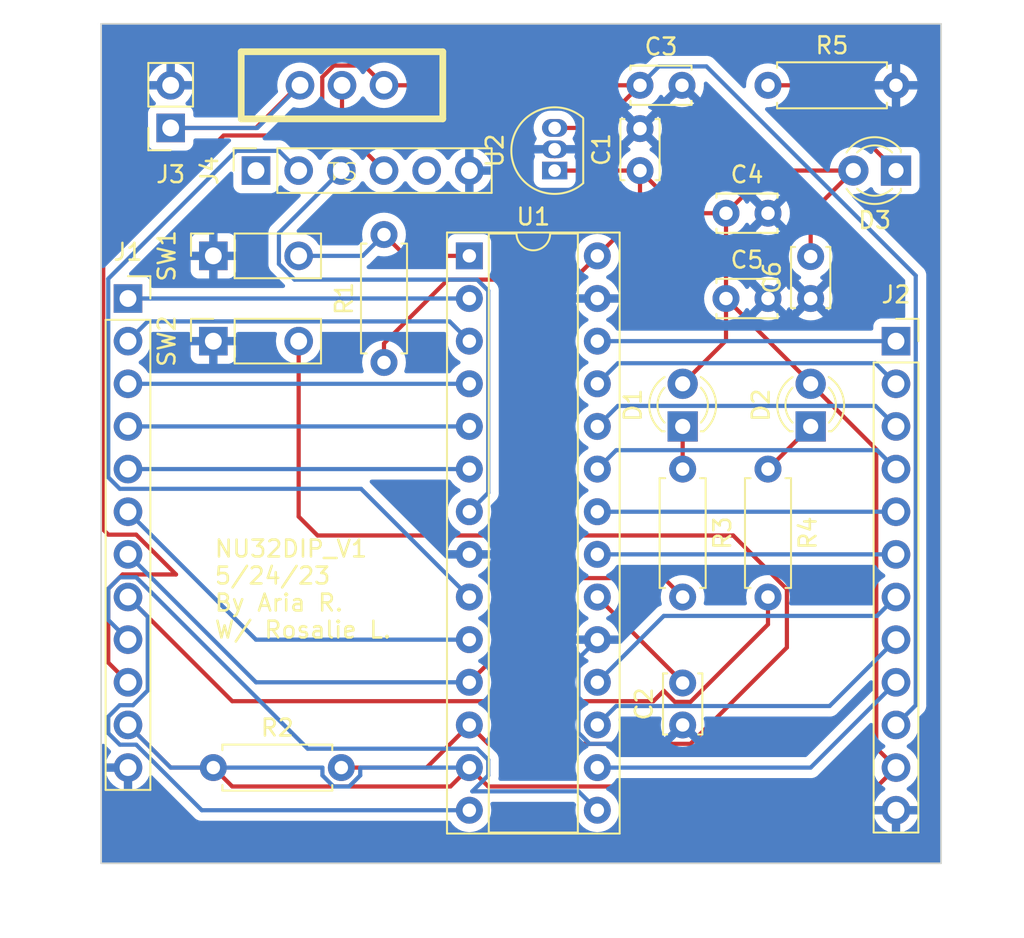
<source format=kicad_pcb>
(kicad_pcb (version 20221018) (generator pcbnew)
  (layers (0 "F.Cu" signal) (31 "B.Cu" signal) (34 "B.Paste" user) (35 "F.Paste" user) (36 "B.SilkS" user "B.Silkscreen") (37 "F.SilkS" user "F.Silkscreen") (38 "B.Mask" user) (39 "F.Mask" user) (44 "Edge.Cuts" user))
  (net 0 "")
  (net 1 "+3.3V")
  (net 2 "GND")
  (net 3 "Net-(U1-V_{cap})")
  (net 4 "/V_{in}")
  (net 5 "Net-(D1-K)")
  (net 6 "Net-(D2-K)")
  (net 7 "Net-(D3-K)")
  (net 8 "/A0")
  (net 9 "/A1")
  (net 10 "/B0")
  (net 11 "/B1")
  (net 12 "/B2")
  (net 13 "/A3")
  (net 14 "/GREEN")
  (net 15 "/YELLOW")
  (net 16 "/B6")
  (net 17 "/B15")
  (net 18 "/B14")
  (net 19 "/B13")
  (net 20 "/B12")
  (net 21 "/B11")
  (net 22 "/B10")
  (net 23 "/B9")
  (net 24 "/B8")
  (net 25 "/B7")
  (net 26 "Net-(J3-Pin_1)")
  (net 28 "/U1TX")
  (net 29 "/U1RX")
  (net 30 "+5V")
  (net 32 "/MCLR")
  (net 33 "/USER")
  (footprint "Package_DIP:DIP-28_W7.62mm_Socket" (layer "F.Cu") (at 121.92 83.82)
    (fp_text reference "U1" (at 3.81 -2.33) (layer "F.SilkS"))
    (fp_text value "PIC32")
    (fp_line (start -1.33 -1.39) (end -1.33 34.41) (stroke (width 0.12)) (layer "F.SilkS"))
    (fp_line (start -1.33 34.41) (end 8.95 34.41) (stroke (width 0.12)) (layer "F.SilkS"))
    (fp_line (start 1.16 -1.33) (end 1.16 34.35) (stroke (width 0.12)) (layer "F.SilkS"))
    (fp_line (start 1.16 34.35) (end 6.46 34.35) (stroke (width 0.12)) (layer "F.SilkS"))
    (fp_line (start 2.81 -1.33) (end 1.16 -1.33) (stroke (width 0.12)) (layer "F.SilkS"))
    (fp_line (start 6.46 -1.33) (end 4.81 -1.33) (stroke (width 0.12)) (layer "F.SilkS"))
    (fp_line (start 6.46 34.35) (end 6.46 -1.33) (stroke (width 0.12)) (layer "F.SilkS"))
    (fp_line (start 8.95 -1.39) (end -1.33 -1.39) (stroke (width 0.12)) (layer "F.SilkS"))
    (fp_line (start 8.95 34.41) (end 8.95 -1.39) (stroke (width 0.12)) (layer "F.SilkS"))
    (fp_arc (start 4.81 -1.33) (mid 3.81 -0.33) (end 2.81 -1.33) (stroke (width 0.12)) (layer "F.SilkS"))
    (pad "1" thru_hole rect (at 0 0) (size 1.6 1.6) (drill 0.8) (layers "*.Cu" "*.Mask") (net 32 "/MCLR"))
    (pad "2" thru_hole oval (at 0 2.54) (size 1.6 1.6) (drill 0.8) (layers "*.Cu" "*.Mask") (net 8 "/A0"))
    (pad "3" thru_hole oval (at 0 5.08) (size 1.6 1.6) (drill 0.8) (layers "*.Cu" "*.Mask") (net 9 "/A1"))
    (pad "4" thru_hole oval (at 0 7.62) (size 1.6 1.6) (drill 0.8) (layers "*.Cu" "*.Mask") (net 10 "/B0"))
    (pad "5" thru_hole oval (at 0 10.16) (size 1.6 1.6) (drill 0.8) (layers "*.Cu" "*.Mask") (net 11 "/B1"))
    (pad "6" thru_hole oval (at 0 12.7) (size 1.6 1.6) (drill 0.8) (layers "*.Cu" "*.Mask") (net 12 "/B2"))
    (pad "7" thru_hole oval (at 0 15.24) (size 1.6 1.6) (drill 0.8) (layers "*.Cu" "*.Mask") (net 29 "/U1RX"))
    (pad "8" thru_hole oval (at 0 17.78) (size 1.6 1.6) (drill 0.8) (layers "*.Cu" "*.Mask") (net 2 "GND"))
    (pad "9" thru_hole oval (at 0 20.32) (size 1.6 1.6) (drill 0.8) (layers "*.Cu" "*.Mask") (net 28 "/U1TX"))
    (pad "10" thru_hole oval (at 0 22.86) (size 1.6 1.6) (drill 0.8) (layers "*.Cu" "*.Mask") (net 13 "/A3"))
    (pad "11" thru_hole oval (at 0 25.4) (size 1.6 1.6) (drill 0.8) (layers "*.Cu" "*.Mask") (net 14 "/GREEN"))
    (pad "12" thru_hole oval (at 0 27.94) (size 1.6 1.6) (drill 0.8) (layers "*.Cu" "*.Mask") (net 33 "/USER"))
    (pad "13" thru_hole oval (at 0 30.48) (size 1.6 1.6) (drill 0.8) (layers "*.Cu" "*.Mask") (net 1 "+3.3V"))
    (pad "14" thru_hole oval (at 0 33.02) (size 1.6 1.6) (drill 0.8) (layers "*.Cu" "*.Mask") (net 15 "/YELLOW"))
    (pad "15" thru_hole oval (at 7.62 33.02) (size 1.6 1.6) (drill 0.8) (layers "*.Cu" "*.Mask") (net 16 "/B6"))
    (pad "16" thru_hole oval (at 7.62 30.48) (size 1.6 1.6) (drill 0.8) (layers "*.Cu" "*.Mask") (net 25 "/B7"))
    (pad "17" thru_hole oval (at 7.62 27.94) (size 1.6 1.6) (drill 0.8) (layers "*.Cu" "*.Mask") (net 24 "/B8"))
    (pad "18" thru_hole oval (at 7.62 25.4) (size 1.6 1.6) (drill 0.8) (layers "*.Cu" "*.Mask") (net 23 "/B9"))
    (pad "19" thru_hole oval (at 7.62 22.86) (size 1.6 1.6) (drill 0.8) (layers "*.Cu" "*.Mask") (net 2 "GND"))
    (pad "20" thru_hole oval (at 7.62 20.32) (size 1.6 1.6) (drill 0.8) (layers "*.Cu" "*.Mask") (net 3 "Net-(U1-V_{cap})"))
    (pad "21" thru_hole oval (at 7.62 17.78) (size 1.6 1.6) (drill 0.8) (layers "*.Cu" "*.Mask") (net 22 "/B10"))
    (pad "22" thru_hole oval (at 7.62 15.24) (size 1.6 1.6) (drill 0.8) (layers "*.Cu" "*.Mask") (net 21 "/B11"))
    (pad "23" thru_hole oval (at 7.62 12.7) (size 1.6 1.6) (drill 0.8) (layers "*.Cu" "*.Mask") (net 20 "/B12"))
    (pad "24" thru_hole oval (at 7.62 10.16) (size 1.6 1.6) (drill 0.8) (layers "*.Cu" "*.Mask") (net 19 "/B13"))
    (pad "25" thru_hole oval (at 7.62 7.62) (size 1.6 1.6) (drill 0.8) (layers "*.Cu" "*.Mask") (net 18 "/B14"))
    (pad "26" thru_hole oval (at 7.62 5.08) (size 1.6 1.6) (drill 0.8) (layers "*.Cu" "*.Mask") (net 17 "/B15"))
    (pad "27" thru_hole oval (at 7.62 2.54) (size 1.6 1.6) (drill 0.8) (layers "*.Cu" "*.Mask") (net 2 "GND"))
    (pad "28" thru_hole oval (at 7.62 0) (size 1.6 1.6) (drill 0.8) (layers "*.Cu" "*.Mask") (net 1 "+3.3V"))
  )
  (footprint "Connector_PinSocket_2.54mm:PinSocket_1x12_P2.54mm_Vertical" (layer "F.Cu") (at 147.32 88.9)
    (fp_text reference "J2" (at 0 -2.77) (layer "F.SilkS"))
    (fp_text value "RIGHT")
    (fp_line (start -1.33 1.27) (end -1.33 29.27) (stroke (width 0.12)) (layer "F.SilkS"))
    (fp_line (start -1.33 1.27) (end 1.33 1.27) (stroke (width 0.12)) (layer "F.SilkS"))
    (fp_line (start -1.33 29.27) (end 1.33 29.27) (stroke (width 0.12)) (layer "F.SilkS"))
    (fp_line (start 0 -1.33) (end 1.33 -1.33) (stroke (width 0.12)) (layer "F.SilkS"))
    (fp_line (start 1.33 -1.33) (end 1.33 0) (stroke (width 0.12)) (layer "F.SilkS"))
    (fp_line (start 1.33 1.27) (end 1.33 29.27) (stroke (width 0.12)) (layer "F.SilkS"))
    (pad "1" thru_hole rect (at 0 0) (size 1.7 1.7) (drill 1) (layers "*.Cu" "*.Mask") (net 17 "/B15"))
    (pad "2" thru_hole oval (at 0 2.54) (size 1.7 1.7) (drill 1) (layers "*.Cu" "*.Mask") (net 18 "/B14"))
    (pad "3" thru_hole oval (at 0 5.08) (size 1.7 1.7) (drill 1) (layers "*.Cu" "*.Mask") (net 19 "/B13"))
    (pad "4" thru_hole oval (at 0 7.62) (size 1.7 1.7) (drill 1) (layers "*.Cu" "*.Mask") (net 20 "/B12"))
    (pad "5" thru_hole oval (at 0 10.16) (size 1.7 1.7) (drill 1) (layers "*.Cu" "*.Mask") (net 21 "/B11"))
    (pad "6" thru_hole oval (at 0 12.7) (size 1.7 1.7) (drill 1) (layers "*.Cu" "*.Mask") (net 22 "/B10"))
    (pad "7" thru_hole oval (at 0 15.24) (size 1.7 1.7) (drill 1) (layers "*.Cu" "*.Mask") (net 23 "/B9"))
    (pad "8" thru_hole oval (at 0 17.78) (size 1.7 1.7) (drill 1) (layers "*.Cu" "*.Mask") (net 24 "/B8"))
    (pad "9" thru_hole oval (at 0 20.32) (size 1.7 1.7) (drill 1) (layers "*.Cu" "*.Mask") (net 25 "/B7"))
    (pad "10" thru_hole oval (at 0 22.86) (size 1.7 1.7) (drill 1) (layers "*.Cu" "*.Mask") (net 4 "/V_{in}"))
    (pad "11" thru_hole oval (at 0 25.4) (size 1.7 1.7) (drill 1) (layers "*.Cu" "*.Mask") (net 1 "+3.3V"))
    (pad "12" thru_hole oval (at 0 27.94) (size 1.7 1.7) (drill 1) (layers "*.Cu" "*.Mask") (net 2 "GND"))
  )
  (footprint "LED_THT:LED_D3.0mm" (layer "F.Cu") (at 134.62 93.98 90)
    (fp_text reference "D1" (at 1.27 -2.96 90) (layer "F.SilkS"))
    (fp_text value "GREEN")
    (fp_line (start -0.29 -1.236) (end -0.29 -1.08) (stroke (width 0.12)) (layer "F.SilkS"))
    (fp_line (start -0.29 1.08) (end -0.29 1.236) (stroke (width 0.12)) (layer "F.SilkS"))
    (fp_arc (start -0.29 -1.235516) (mid 1.366487 -1.987659) (end 2.942335 -1.078608) (stroke (width 0.12)) (layer "F.SilkS"))
    (fp_arc (start 0.229039 -1.08) (mid 1.270117 -1.5) (end 2.31113 -1.079837) (stroke (width 0.12)) (layer "F.SilkS"))
    (fp_arc (start 2.31113 1.079837) (mid 1.270117 1.5) (end 0.229039 1.08) (stroke (width 0.12)) (layer "F.SilkS"))
    (fp_arc (start 2.942335 1.078608) (mid 1.366487 1.987659) (end -0.29 1.235516) (stroke (width 0.12)) (layer "F.SilkS"))
    (pad "1" thru_hole rect (at 0 0 90) (size 1.8 1.8) (drill 0.9) (layers "*.Cu" "*.Mask") (net 5 "Net-(D1-K)"))
    (pad "2" thru_hole circle (at 2.54 0 90) (size 1.8 1.8) (drill 0.9) (layers "*.Cu" "*.Mask") (net 1 "+3.3V"))
  )
  (footprint "Package_TO_SOT_THT:TO-92L_Inline" (layer "F.Cu") (at 127 78.74 90)
    (fp_text reference "U2" (at 1.19 -3.56 90) (layer "F.SilkS"))
    (fp_text value "NU32regulator")
    (fp_line (start -0.75 1.7) (end 3.1 1.7) (stroke (width 0.12)) (layer "F.SilkS"))
    (fp_arc (start -0.75 1.7) (mid 1.183448 -2.579449) (end 3.138611 1.690122) (stroke (width 0.12)) (layer "F.SilkS"))
    (pad "1" thru_hole rect (at 0 0 90) (size 1.05 1.5) (drill 0.75) (layers "*.Cu" "*.Mask") (net 1 "+3.3V"))
    (pad "2" thru_hole oval (at 1.27 0 90) (size 1.05 1.5) (drill 0.75) (layers "*.Cu" "*.Mask") (net 2 "GND"))
    (pad "3" thru_hole oval (at 2.54 0 90) (size 1.05 1.5) (drill 0.75) (layers "*.Cu" "*.Mask") (net 4 "/V_{in}"))
  )
  (footprint "Capacitor_THT:C_Disc_D3.4mm_W2.1mm_P2.50mm" (layer "F.Cu") (at 132.08 78.74 90)
    (fp_text reference "C1" (at 1.25 -2.3 90) (layer "F.SilkS"))
    (fp_text value ".1uF")
    (fp_line (start -0.57 -1.17) (end -0.57 -0.925) (stroke (width 0.12)) (layer "F.SilkS"))
    (fp_line (start -0.57 -1.17) (end 3.07 -1.17) (stroke (width 0.12)) (layer "F.SilkS"))
    (fp_line (start -0.57 0.925) (end -0.57 1.17) (stroke (width 0.12)) (layer "F.SilkS"))
    (fp_line (start -0.57 1.17) (end 3.07 1.17) (stroke (width 0.12)) (layer "F.SilkS"))
    (fp_line (start 3.07 -1.17) (end 3.07 -0.925) (stroke (width 0.12)) (layer "F.SilkS"))
    (fp_line (start 3.07 0.925) (end 3.07 1.17) (stroke (width 0.12)) (layer "F.SilkS"))
    (pad "1" thru_hole circle (at 0 0 90) (size 1.6 1.6) (drill 0.8) (layers "*.Cu" "*.Mask") (net 1 "+3.3V"))
    (pad "2" thru_hole circle (at 2.5 0 90) (size 1.6 1.6) (drill 0.8) (layers "*.Cu" "*.Mask") (net 2 "GND"))
  )
  (footprint "Connector_PinSocket_2.54mm:PinSocket_1x06_P2.54mm_Vertical" (layer "F.Cu") (at 109.22 78.74 90)
    (fp_text reference "J4" (at 0 -2.77 90) (layer "F.SilkS"))
    (fp_text value "CP2102")
    (fp_line (start -1.33 1.27) (end -1.33 14.03) (stroke (width 0.12)) (layer "F.SilkS"))
    (fp_line (start -1.33 1.27) (end 1.33 1.27) (stroke (width 0.12)) (layer "F.SilkS"))
    (fp_line (start -1.33 14.03) (end 1.33 14.03) (stroke (width 0.12)) (layer "F.SilkS"))
    (fp_line (start 0 -1.33) (end 1.33 -1.33) (stroke (width 0.12)) (layer "F.SilkS"))
    (fp_line (start 1.33 -1.33) (end 1.33 0) (stroke (width 0.12)) (layer "F.SilkS"))
    (fp_line (start 1.33 1.27) (end 1.33 14.03) (stroke (width 0.12)) (layer "F.SilkS"))
    (pad "1" thru_hole rect (at 0 0 90) (size 1.7 1.7) (drill 1) (layers "*.Cu" "*.Mask"))
    (pad "2" thru_hole oval (at 0 2.54 90) (size 1.7 1.7) (drill 1) (layers "*.Cu" "*.Mask") (net 28 "/U1TX"))
    (pad "3" thru_hole oval (at 0 5.08 90) (size 1.7 1.7) (drill 1) (layers "*.Cu" "*.Mask") (net 29 "/U1RX"))
    (pad "4" thru_hole oval (at 0 7.62 90) (size 1.7 1.7) (drill 1) (layers "*.Cu" "*.Mask") (net 30 "+5V"))
    (pad "5" thru_hole oval (at 0 10.16 90) (size 1.7 1.7) (drill 1) (layers "*.Cu" "*.Mask"))
    (pad "6" thru_hole oval (at 0 12.7 90) (size 1.7 1.7) (drill 1) (layers "*.Cu" "*.Mask") (net 2 "GND"))
  )
  (footprint "LED_THT:LED_D3.0mm" (layer "F.Cu") (at 142.24 93.98 90)
    (fp_text reference "D2" (at 1.27 -2.96 90) (layer "F.SilkS"))
    (fp_text value "YELLOW")
    (fp_line (start -0.29 -1.236) (end -0.29 -1.08) (stroke (width 0.12)) (layer "F.SilkS"))
    (fp_line (start -0.29 1.08) (end -0.29 1.236) (stroke (width 0.12)) (layer "F.SilkS"))
    (fp_arc (start -0.29 -1.235516) (mid 1.366487 -1.987659) (end 2.942335 -1.078608) (stroke (width 0.12)) (layer "F.SilkS"))
    (fp_arc (start 0.229039 -1.08) (mid 1.270117 -1.5) (end 2.31113 -1.079837) (stroke (width 0.12)) (layer "F.SilkS"))
    (fp_arc (start 2.31113 1.079837) (mid 1.270117 1.5) (end 0.229039 1.08) (stroke (width 0.12)) (layer "F.SilkS"))
    (fp_arc (start 2.942335 1.078608) (mid 1.366487 1.987659) (end -0.29 1.235516) (stroke (width 0.12)) (layer "F.SilkS"))
    (pad "1" thru_hole rect (at 0 0 90) (size 1.8 1.8) (drill 0.9) (layers "*.Cu" "*.Mask") (net 6 "Net-(D2-K)"))
    (pad "2" thru_hole circle (at 2.54 0 90) (size 1.8 1.8) (drill 0.9) (layers "*.Cu" "*.Mask") (net 1 "+3.3V"))
  )
  (footprint "Connector_PinSocket_2.54mm:PinSocket_1x12_P2.54mm_Vertical" (layer "F.Cu") (at 101.6 86.36)
    (fp_text reference "J1" (at 0 -2.77) (layer "F.SilkS"))
    (fp_text value "LEFT")
    (fp_line (start -1.33 1.27) (end -1.33 29.27) (stroke (width 0.12)) (layer "F.SilkS"))
    (fp_line (start -1.33 1.27) (end 1.33 1.27) (stroke (width 0.12)) (layer "F.SilkS"))
    (fp_line (start -1.33 29.27) (end 1.33 29.27) (stroke (width 0.12)) (layer "F.SilkS"))
    (fp_line (start 0 -1.33) (end 1.33 -1.33) (stroke (width 0.12)) (layer "F.SilkS"))
    (fp_line (start 1.33 -1.33) (end 1.33 0) (stroke (width 0.12)) (layer "F.SilkS"))
    (fp_line (start 1.33 1.27) (end 1.33 29.27) (stroke (width 0.12)) (layer "F.SilkS"))
    (pad "1" thru_hole rect (at 0 0) (size 1.7 1.7) (drill 1) (layers "*.Cu" "*.Mask") (net 8 "/A0"))
    (pad "2" thru_hole oval (at 0 2.54) (size 1.7 1.7) (drill 1) (layers "*.Cu" "*.Mask") (net 9 "/A1"))
    (pad "3" thru_hole oval (at 0 5.08) (size 1.7 1.7) (drill 1) (layers "*.Cu" "*.Mask") (net 10 "/B0"))
    (pad "4" thru_hole oval (at 0 7.62) (size 1.7 1.7) (drill 1) (layers "*.Cu" "*.Mask") (net 11 "/B1"))
    (pad "5" thru_hole oval (at 0 10.16) (size 1.7 1.7) (drill 1) (layers "*.Cu" "*.Mask") (net 12 "/B2"))
    (pad "6" thru_hole oval (at 0 12.7) (size 1.7 1.7) (drill 1) (layers "*.Cu" "*.Mask") (net 13 "/A3"))
    (pad "7" thru_hole oval (at 0 15.24) (size 1.7 1.7) (drill 1) (layers "*.Cu" "*.Mask") (net 14 "/GREEN"))
    (pad "8" thru_hole oval (at 0 17.78) (size 1.7 1.7) (drill 1) (layers "*.Cu" "*.Mask") (net 15 "/YELLOW"))
    (pad "9" thru_hole oval (at 0 20.32) (size 1.7 1.7) (drill 1) (layers "*.Cu" "*.Mask") (net 16 "/B6"))
    (pad "10" thru_hole oval (at 0 22.86) (size 1.7 1.7) (drill 1) (layers "*.Cu" "*.Mask") (net 4 "/V_{in}"))
    (pad "11" thru_hole oval (at 0 25.4) (size 1.7 1.7) (drill 1) (layers "*.Cu" "*.Mask") (net 1 "+3.3V"))
    (pad "12" thru_hole oval (at 0 27.94) (size 1.7 1.7) (drill 1) (layers "*.Cu" "*.Mask") (net 2 "GND"))
  )
  (footprint "LED_THT:LED_D3.0mm" (layer "F.Cu") (at 147.32 78.74 180)
    (fp_text reference "D3" (at 1.27 -2.96) (layer "F.SilkS"))
    (fp_text value "RED")
    (fp_line (start -0.29 -1.236) (end -0.29 -1.08) (stroke (width 0.12)) (layer "F.SilkS"))
    (fp_line (start -0.29 1.08) (end -0.29 1.236) (stroke (width 0.12)) (layer "F.SilkS"))
    (fp_arc (start -0.29 -1.235516) (mid 1.366487 -1.987659) (end 2.942335 -1.078608) (stroke (width 0.12)) (layer "F.SilkS"))
    (fp_arc (start 0.229039 -1.08) (mid 1.270117 -1.5) (end 2.31113 -1.079837) (stroke (width 0.12)) (layer "F.SilkS"))
    (fp_arc (start 2.31113 1.079837) (mid 1.270117 1.5) (end 0.229039 1.08) (stroke (width 0.12)) (layer "F.SilkS"))
    (fp_arc (start 2.942335 1.078608) (mid 1.366487 1.987659) (end -0.29 1.235516) (stroke (width 0.12)) (layer "F.SilkS"))
    (pad "1" thru_hole rect (at 0 0 180) (size 1.8 1.8) (drill 0.9) (layers "*.Cu" "*.Mask") (net 7 "Net-(D3-K)"))
    (pad "2" thru_hole circle (at 2.54 0 180) (size 1.8 1.8) (drill 0.9) (layers "*.Cu" "*.Mask") (net 1 "+3.3V"))
  )
  (footprint "Capacitor_THT:C_Disc_D3.4mm_W2.1mm_P2.50mm" (layer "F.Cu") (at 137.2 86.36)
    (fp_text reference "C5" (at 1.25 -2.3) (layer "F.SilkS"))
    (fp_text value "1uF")
    (fp_line (start -0.57 -1.17) (end -0.57 -0.925) (stroke (width 0.12)) (layer "F.SilkS"))
    (fp_line (start -0.57 -1.17) (end 3.07 -1.17) (stroke (width 0.12)) (layer "F.SilkS"))
    (fp_line (start -0.57 0.925) (end -0.57 1.17) (stroke (width 0.12)) (layer "F.SilkS"))
    (fp_line (start -0.57 1.17) (end 3.07 1.17) (stroke (width 0.12)) (layer "F.SilkS"))
    (fp_line (start 3.07 -1.17) (end 3.07 -0.925) (stroke (width 0.12)) (layer "F.SilkS"))
    (fp_line (start 3.07 0.925) (end 3.07 1.17) (stroke (width 0.12)) (layer "F.SilkS"))
    (pad "1" thru_hole circle (at 0 0) (size 1.6 1.6) (drill 0.8) (layers "*.Cu" "*.Mask") (net 1 "+3.3V"))
    (pad "2" thru_hole circle (at 2.5 0) (size 1.6 1.6) (drill 0.8) (layers "*.Cu" "*.Mask") (net 2 "GND"))
  )
  (footprint "Resistor_THT:R_Axial_DIN0207_L6.3mm_D2.5mm_P7.62mm_Horizontal" (layer "F.Cu") (at 106.68 114.3)
    (fp_text reference "R2" (at 3.81 -2.37) (layer "F.SilkS"))
    (fp_text value "10K")
    (fp_line (start 0.54 -1.37) (end 7.08 -1.37) (stroke (width 0.12)) (layer "F.SilkS"))
    (fp_line (start 0.54 -1.04) (end 0.54 -1.37) (stroke (width 0.12)) (layer "F.SilkS"))
    (fp_line (start 0.54 1.04) (end 0.54 1.37) (stroke (width 0.12)) (layer "F.SilkS"))
    (fp_line (start 0.54 1.37) (end 7.08 1.37) (stroke (width 0.12)) (layer "F.SilkS"))
    (fp_line (start 7.08 -1.37) (end 7.08 -1.04) (stroke (width 0.12)) (layer "F.SilkS"))
    (fp_line (start 7.08 1.37) (end 7.08 1.04) (stroke (width 0.12)) (layer "F.SilkS"))
    (pad "1" thru_hole circle (at 0 0) (size 1.6 1.6) (drill 0.8) (layers "*.Cu" "*.Mask") (net 1 "+3.3V"))
    (pad "2" thru_hole oval (at 7.62 0) (size 1.6 1.6) (drill 0.8) (layers "*.Cu" "*.Mask") (net 33 "/USER"))
  )
  (footprint "Capacitor_THT:C_Disc_D3.4mm_W2.1mm_P2.50mm" (layer "F.Cu") (at 134.62 111.76 90)
    (fp_text reference "C2" (at 1.25 -2.3 90) (layer "F.SilkS"))
    (fp_text value "1uF")
    (fp_line (start -0.57 -1.17) (end -0.57 -0.925) (stroke (width 0.12)) (layer "F.SilkS"))
    (fp_line (start -0.57 -1.17) (end 3.07 -1.17) (stroke (width 0.12)) (layer "F.SilkS"))
    (fp_line (start -0.57 0.925) (end -0.57 1.17) (stroke (width 0.12)) (layer "F.SilkS"))
    (fp_line (start -0.57 1.17) (end 3.07 1.17) (stroke (width 0.12)) (layer "F.SilkS"))
    (fp_line (start 3.07 -1.17) (end 3.07 -0.925) (stroke (width 0.12)) (layer "F.SilkS"))
    (fp_line (start 3.07 0.925) (end 3.07 1.17) (stroke (width 0.12)) (layer "F.SilkS"))
    (pad "1" thru_hole circle (at 0 0 90) (size 1.6 1.6) (drill 0.8) (layers "*.Cu" "*.Mask") (net 2 "GND"))
    (pad "2" thru_hole circle (at 2.5 0 90) (size 1.6 1.6) (drill 0.8) (layers "*.Cu" "*.Mask") (net 3 "Net-(U1-V_{cap})"))
  )
  (footprint "Capacitor_THT:C_Disc_D3.4mm_W2.1mm_P2.50mm" (layer "F.Cu") (at 142.24 86.36 90)
    (fp_text reference "C6" (at 1.25 -2.3 90) (layer "F.SilkS"))
    (fp_text value ".1uF")
    (fp_line (start -0.57 -1.17) (end -0.57 -0.925) (stroke (width 0.12)) (layer "F.SilkS"))
    (fp_line (start -0.57 -1.17) (end 3.07 -1.17) (stroke (width 0.12)) (layer "F.SilkS"))
    (fp_line (start -0.57 0.925) (end -0.57 1.17) (stroke (width 0.12)) (layer "F.SilkS"))
    (fp_line (start -0.57 1.17) (end 3.07 1.17) (stroke (width 0.12)) (layer "F.SilkS"))
    (fp_line (start 3.07 -1.17) (end 3.07 -0.925) (stroke (width 0.12)) (layer "F.SilkS"))
    (fp_line (start 3.07 0.925) (end 3.07 1.17) (stroke (width 0.12)) (layer "F.SilkS"))
    (pad "1" thru_hole circle (at 0 0 90) (size 1.6 1.6) (drill 0.8) (layers "*.Cu" "*.Mask") (net 2 "GND"))
    (pad "2" thru_hole circle (at 2.5 0 90) (size 1.6 1.6) (drill 0.8) (layers "*.Cu" "*.Mask") (net 1 "+3.3V"))
  )
  (footprint "Resistor_THT:R_Axial_DIN0207_L6.3mm_D2.5mm_P7.62mm_Horizontal" (layer "F.Cu") (at 139.7 96.52 -90)
    (fp_text reference "R4" (at 3.81 -2.37 -270) (layer "F.SilkS"))
    (fp_text value "330")
    (fp_line (start 0.54 -1.37) (end 7.08 -1.37) (stroke (width 0.12)) (layer "F.SilkS"))
    (fp_line (start 0.54 -1.04) (end 0.54 -1.37) (stroke (width 0.12)) (layer "F.SilkS"))
    (fp_line (start 0.54 1.04) (end 0.54 1.37) (stroke (width 0.12)) (layer "F.SilkS"))
    (fp_line (start 0.54 1.37) (end 7.08 1.37) (stroke (width 0.12)) (layer "F.SilkS"))
    (fp_line (start 7.08 -1.37) (end 7.08 -1.04) (stroke (width 0.12)) (layer "F.SilkS"))
    (fp_line (start 7.08 1.37) (end 7.08 1.04) (stroke (width 0.12)) (layer "F.SilkS"))
    (pad "1" thru_hole circle (at 0 0 270) (size 1.6 1.6) (drill 0.8) (layers "*.Cu" "*.Mask") (net 6 "Net-(D2-K)"))
    (pad "2" thru_hole oval (at 7.62 0 270) (size 1.6 1.6) (drill 0.8) (layers "*.Cu" "*.Mask") (net 15 "/YELLOW"))
  )
  (footprint "Capacitor_THT:C_Disc_D3.4mm_W2.1mm_P2.50mm" (layer "F.Cu") (at 137.2 81.28)
    (fp_text reference "C4" (at 1.25 -2.3) (layer "F.SilkS"))
    (fp_text value "1uF")
    (fp_line (start -0.57 -1.17) (end -0.57 -0.925) (stroke (width 0.12)) (layer "F.SilkS"))
    (fp_line (start -0.57 -1.17) (end 3.07 -1.17) (stroke (width 0.12)) (layer "F.SilkS"))
    (fp_line (start -0.57 0.925) (end -0.57 1.17) (stroke (width 0.12)) (layer "F.SilkS"))
    (fp_line (start -0.57 1.17) (end 3.07 1.17) (stroke (width 0.12)) (layer "F.SilkS"))
    (fp_line (start 3.07 -1.17) (end 3.07 -0.925) (stroke (width 0.12)) (layer "F.SilkS"))
    (fp_line (start 3.07 0.925) (end 3.07 1.17) (stroke (width 0.12)) (layer "F.SilkS"))
    (pad "1" thru_hole circle (at 0 0) (size 1.6 1.6) (drill 0.8) (layers "*.Cu" "*.Mask") (net 1 "+3.3V"))
    (pad "2" thru_hole circle (at 2.5 0) (size 1.6 1.6) (drill 0.8) (layers "*.Cu" "*.Mask") (net 2 "GND"))
  )
  (footprint "PIC32:PB" (layer "F.Cu") (at 106.68 88.9 90)
    (fp_text reference "SW2" (at 0 -2.77 90) (layer "F.SilkS"))
    (fp_text value "USER")
    (fp_line (start -1.33 1.27) (end -1.33 6.41) (stroke (width 0.12)) (layer "F.SilkS"))
    (fp_line (start -1.33 1.27) (end 1.33 1.27) (stroke (width 0.12)) (layer "F.SilkS"))
    (fp_line (start -1.33 6.41) (end 1.33 6.41) (stroke (width 0.12)) (layer "F.SilkS"))
    (fp_line (start 0 -1.33) (end 1.33 -1.33) (stroke (width 0.12)) (layer "F.SilkS"))
    (fp_line (start 1.33 -1.33) (end 1.33 0) (stroke (width 0.12)) (layer "F.SilkS"))
    (fp_line (start 1.33 1.27) (end 1.33 6.41) (stroke (width 0.12)) (layer "F.SilkS"))
    (pad "1" thru_hole rect (at 0 0 90) (size 1.7 1.7) (drill 1) (layers "*.Cu" "*.Mask") (net 2 "GND"))
    (pad "2" thru_hole oval (at 0 5.08 90) (size 1.7 1.7) (drill 1) (layers "*.Cu" "*.Mask") (net 33 "/USER"))
  )
  (footprint "Resistor_THT:R_Axial_DIN0207_L6.3mm_D2.5mm_P7.62mm_Horizontal" (layer "F.Cu") (at 116.84 90.17 90)
    (fp_text reference "R1" (at 3.81 -2.37 90) (layer "F.SilkS"))
    (fp_text value "10K")
    (fp_line (start 0.54 -1.37) (end 7.08 -1.37) (stroke (width 0.12)) (layer "F.SilkS"))
    (fp_line (start 0.54 -1.04) (end 0.54 -1.37) (stroke (width 0.12)) (layer "F.SilkS"))
    (fp_line (start 0.54 1.04) (end 0.54 1.37) (stroke (width 0.12)) (layer "F.SilkS"))
    (fp_line (start 0.54 1.37) (end 7.08 1.37) (stroke (width 0.12)) (layer "F.SilkS"))
    (fp_line (start 7.08 -1.37) (end 7.08 -1.04) (stroke (width 0.12)) (layer "F.SilkS"))
    (fp_line (start 7.08 1.37) (end 7.08 1.04) (stroke (width 0.12)) (layer "F.SilkS"))
    (pad "1" thru_hole circle (at 0 0 90) (size 1.6 1.6) (drill 0.8) (layers "*.Cu" "*.Mask") (net 1 "+3.3V"))
    (pad "2" thru_hole oval (at 7.62 0 90) (size 1.6 1.6) (drill 0.8) (layers "*.Cu" "*.Mask") (net 32 "/MCLR"))
  )
  (footprint "PIC32:slidesw" (layer "F.Cu") (at 114.34 73.66 180)
    (fp_text reference "S1" (at 0 -5.08 180 unlocked) (layer "F.SilkS") (effects (font (thickness 0.1))))
    (fp_text value "SW_Slide")
    (fp_line (start -6 -2) (end -6 2) (stroke (width 0.4)) (layer "F.SilkS"))
    (fp_line (start -6 2) (end 6 2) (stroke (width 0.4)) (layer "F.SilkS"))
    (fp_line (start 6 -2) (end -6 -2) (stroke (width 0.4)) (layer "F.SilkS"))
    (fp_line (start 6 2) (end 6 -2) (stroke (width 0.4)) (layer "F.SilkS"))
    (pad "1" thru_hole circle (at 0 0 180) (size 1.7 1.7) (drill 1) (layers "*.Cu" "*.Mask") (net 30 "+5V"))
    (pad "2" thru_hole circle (at -2.5 0 180) (size 1.7 1.7) (drill 1) (layers "*.Cu" "*.Mask") (net 4 "/V_{in}"))
    (pad "3" thru_hole circle (at 2.5 0 180) (size 1.7 1.7) (drill 1) (layers "*.Cu" "*.Mask") (net 26 "Net-(J3-Pin_1)"))
  )
  (footprint "Capacitor_THT:C_Disc_D3.4mm_W2.1mm_P2.50mm" (layer "F.Cu") (at 132.08 73.66)
    (fp_text reference "C3" (at 1.25 -2.3) (layer "F.SilkS"))
    (fp_text value "1uF")
    (fp_line (start -0.57 -1.17) (end -0.57 -0.925) (stroke (width 0.12)) (layer "F.SilkS"))
    (fp_line (start -0.57 -1.17) (end 3.07 -1.17) (stroke (width 0.12)) (layer "F.SilkS"))
    (fp_line (start -0.57 0.925) (end -0.57 1.17) (stroke (width 0.12)) (layer "F.SilkS"))
    (fp_line (start -0.57 1.17) (end 3.07 1.17) (stroke (width 0.12)) (layer "F.SilkS"))
    (fp_line (start 3.07 -1.17) (end 3.07 -0.925) (stroke (width 0.12)) (layer "F.SilkS"))
    (fp_line (start 3.07 0.925) (end 3.07 1.17) (stroke (width 0.12)) (layer "F.SilkS"))
    (pad "1" thru_hole circle (at 0 0) (size 1.6 1.6) (drill 0.8) (layers "*.Cu" "*.Mask") (net 4 "/V_{in}"))
    (pad "2" thru_hole circle (at 2.5 0) (size 1.6 1.6) (drill 0.8) (layers "*.Cu" "*.Mask") (net 2 "GND"))
  )
  (footprint "Connector_PinSocket_2.54mm:PinSocket_1x02_P2.54mm_Vertical" (layer "F.Cu") (at 104.14 76.2 180)
    (fp_text reference "J3" (at 0 -2.77) (layer "F.SilkS"))
    (fp_text value "Battery")
    (fp_line (start -1.33 1.27) (end -1.33 3.87) (stroke (width 0.12)) (layer "F.SilkS"))
    (fp_line (start -1.33 1.27) (end 1.33 1.27) (stroke (width 0.12)) (layer "F.SilkS"))
    (fp_line (start -1.33 3.87) (end 1.33 3.87) (stroke (width 0.12)) (layer "F.SilkS"))
    (fp_line (start 0 -1.33) (end 1.33 -1.33) (stroke (width 0.12)) (layer "F.SilkS"))
    (fp_line (start 1.33 -1.33) (end 1.33 0) (stroke (width 0.12)) (layer "F.SilkS"))
    (fp_line (start 1.33 1.27) (end 1.33 3.87) (stroke (width 0.12)) (layer "F.SilkS"))
    (pad "1" thru_hole rect (at 0 0 180) (size 1.7 1.7) (drill 1) (layers "*.Cu" "*.Mask") (net 26 "Net-(J3-Pin_1)"))
    (pad "2" thru_hole oval (at 0 2.54 180) (size 1.7 1.7) (drill 1) (layers "*.Cu" "*.Mask") (net 2 "GND"))
  )
  (footprint "Resistor_THT:R_Axial_DIN0207_L6.3mm_D2.5mm_P7.62mm_Horizontal" (layer "F.Cu") (at 134.62 96.52 -90)
    (fp_text reference "R3" (at 3.81 -2.37 -270) (layer "F.SilkS"))
    (fp_text value "330")
    (fp_line (start 0.54 -1.37) (end 7.08 -1.37) (stroke (width 0.12)) (layer "F.SilkS"))
    (fp_line (start 0.54 -1.04) (end 0.54 -1.37) (stroke (width 0.12)) (layer "F.SilkS"))
    (fp_line (start 0.54 1.04) (end 0.54 1.37) (stroke (width 0.12)) (layer "F.SilkS"))
    (fp_line (start 0.54 1.37) (end 7.08 1.37) (stroke (width 0.12)) (layer "F.SilkS"))
    (fp_line (start 7.08 -1.37) (end 7.08 -1.04) (stroke (width 0.12)) (layer "F.SilkS"))
    (fp_line (start 7.08 1.37) (end 7.08 1.04) (stroke (width 0.12)) (layer "F.SilkS"))
    (pad "1" thru_hole circle (at 0 0 270) (size 1.6 1.6) (drill 0.8) (layers "*.Cu" "*.Mask") (net 5 "Net-(D1-K)"))
    (pad "2" thru_hole oval (at 7.62 0 270) (size 1.6 1.6) (drill 0.8) (layers "*.Cu" "*.Mask") (net 14 "/GREEN"))
  )
  (footprint "PIC32:PB" (layer "F.Cu") (at 106.68 83.82 90)
    (fp_text reference "SW1" (at 0 -2.77 90) (layer "F.SilkS"))
    (fp_text value "~{MCLR}")
    (fp_line (start -1.33 1.27) (end -1.33 6.41) (stroke (width 0.12)) (layer "F.SilkS"))
    (fp_line (start -1.33 1.27) (end 1.33 1.27) (stroke (width 0.12)) (layer "F.SilkS"))
    (fp_line (start -1.33 6.41) (end 1.33 6.41) (stroke (width 0.12)) (layer "F.SilkS"))
    (fp_line (start 0 -1.33) (end 1.33 -1.33) (stroke (width 0.12)) (layer "F.SilkS"))
    (fp_line (start 1.33 -1.33) (end 1.33 0) (stroke (width 0.12)) (layer "F.SilkS"))
    (fp_line (start 1.33 1.27) (end 1.33 6.41) (stroke (width 0.12)) (layer "F.SilkS"))
    (pad "1" thru_hole rect (at 0 0 90) (size 1.7 1.7) (drill 1) (layers "*.Cu" "*.Mask") (net 2 "GND"))
    (pad "2" thru_hole oval (at 0 5.08 90) (size 1.7 1.7) (drill 1) (layers "*.Cu" "*.Mask") (net 32 "/MCLR"))
  )
  (footprint "Resistor_THT:R_Axial_DIN0207_L6.3mm_D2.5mm_P7.62mm_Horizontal" (layer "F.Cu") (at 139.7 73.66)
    (fp_text reference "R5" (at 3.81 -2.37) (layer "F.SilkS"))
    (fp_text value "330")
    (fp_line (start 0.54 -1.37) (end 7.08 -1.37) (stroke (width 0.12)) (layer "F.SilkS"))
    (fp_line (start 0.54 -1.04) (end 0.54 -1.37) (stroke (width 0.12)) (layer "F.SilkS"))
    (fp_line (start 0.54 1.04) (end 0.54 1.37) (stroke (width 0.12)) (layer "F.SilkS"))
    (fp_line (start 0.54 1.37) (end 7.08 1.37) (stroke (width 0.12)) (layer "F.SilkS"))
    (fp_line (start 7.08 -1.37) (end 7.08 -1.04) (stroke (width 0.12)) (layer "F.SilkS"))
    (fp_line (start 7.08 1.37) (end 7.08 1.04) (stroke (width 0.12)) (layer "F.SilkS"))
    (pad "1" thru_hole circle (at 0 0) (size 1.6 1.6) (drill 0.8) (layers "*.Cu" "*.Mask") (net 7 "Net-(D3-K)"))
    (pad "2" thru_hole oval (at 7.62 0) (size 1.6 1.6) (drill 0.8) (layers "*.Cu" "*.Mask") (net 2 "GND"))
  )
  (gr_line (start 150 120) (end 150 70) (stroke (width 0.1)) (layer "Edge.Cuts"))
  (gr_line (start 100 120) (end 150 120) (stroke (width 0.1)) (layer "Edge.Cuts"))
  (gr_line (start 100 70) (end 100 120) (stroke (width 0.1)) (layer "Edge.Cuts"))
  (gr_line (start 150 70) (end 100 70) (stroke (width 0.1)) (layer "Edge.Cuts"))
  (gr_text "NU32DIP_V1 \n5/24/23\nBy Aria R.\nW/ Rosalie L.\n" (at 106.68 106.68) (layer "F.SilkS") (effects (font (size 1 1)) (justify left bottom)))
  (segment (start 134.62 81.28) (end 132.08 78.74) (width 0.25) (layer "F.Cu") (net 1))
  (segment (start 142.24 83.86) (end 142.24 81.28) (width 0.25) (layer "F.Cu") (net 1))
  (segment (start 137.2 81.28) (end 139.74 78.74) (width 0.25) (layer "F.Cu") (net 1))
  (segment (start 147.32 114.3) (end 146.195 115.425) (width 0.25) (layer "F.Cu") (net 1))
  (segment (start 132.08 78.74) (end 132.08 81.28) (width 0.25) (layer "F.Cu") (net 1))
  (segment (start 106.68 114.3) (end 104.14 114.3) (width 0.25) (layer "F.Cu") (net 1))
  (segment (start 139.74 78.74) (end 144.78 78.74) (width 0.25) (layer "F.Cu") (net 1))
  (segment (start 146.195 115.425) (end 123.045 115.425) (width 0.25) (layer "F.Cu") (net 1))
  (segment (start 104.14 114.3) (end 101.6 111.76) (width 0.25) (layer "F.Cu") (net 1))
  (segment (start 142.24 91.44) (end 146.145 95.345) (width 0.25) (layer "F.Cu") (net 1))
  (segment (start 146.145 95.345) (end 146.145 113.125) (width 0.25) (layer "F.Cu") (net 1))
  (segment (start 146.145 113.125) (end 147.32 114.3) (width 0.25) (layer "F.Cu") (net 1))
  (segment (start 137.2 81.28) (end 134.62 81.28) (width 0.25) (layer "F.Cu") (net 1))
  (segment (start 116.84 90.17) (end 116.84 89.03863) (width 0.25) (layer "F.Cu") (net 1))
  (segment (start 137.2 86.36) (end 137.2 81.28) (width 0.25) (layer "F.Cu") (net 1))
  (segment (start 120.64363 85.235) (end 128.125 85.235) (width 0.25) (layer "F.Cu") (net 1))
  (segment (start 137.16 86.4) (end 137.2 86.36) (width 0.25) (layer "F.Cu") (net 1))
  (segment (start 128.125 85.235) (end 129.54 83.82) (width 0.25) (layer "F.Cu") (net 1))
  (segment (start 137.2 86.36) (end 142.24 91.4) (width 0.25) (layer "F.Cu") (net 1))
  (segment (start 107.805 115.425) (end 120.795 115.425) (width 0.25) (layer "F.Cu") (net 1))
  (segment (start 134.62 91.44) (end 137.2 88.86) (width 0.25) (layer "F.Cu") (net 1))
  (segment (start 142.24 83.86) (end 142.24 83.82) (width 0.25) (layer "F.Cu") (net 1))
  (segment (start 137.2 88.86) (end 137.2 86.36) (width 0.25) (layer "F.Cu") (net 1))
  (segment (start 127 78.74) (end 132.08 78.74) (width 0.25) (layer "F.Cu") (net 1))
  (segment (start 123.045 115.425) (end 121.92 114.3) (width 0.25) (layer "F.Cu") (net 1))
  (segment (start 116.84 89.03863) (end 120.64363 85.235) (width 0.25) (layer "F.Cu") (net 1))
  (segment (start 106.68 114.3) (end 107.805 115.425) (width 0.25) (layer "F.Cu") (net 1))
  (segment (start 120.795 115.425) (end 121.92 114.3) (width 0.25) (layer "F.Cu") (net 1))
  (segment (start 142.24 91.4) (end 142.24 91.44) (width 0.25) (layer "F.Cu") (net 1))
  (segment (start 132.08 81.28) (end 129.54 83.82) (width 0.25) (layer "F.Cu") (net 1))
  (segment (start 142.24 81.28) (end 144.78 78.74) (width 0.25) (layer "F.Cu") (net 1))
  (segment (start 121.92 114.3) (end 115.425 114.3) (width 0.25) (layer "B.Cu") (net 1))
  (segment (start 113.175 114.765991) (end 113.175 114.3) (width 0.25) (layer "B.Cu") (net 1))
  (segment (start 115.425 114.3) (end 115.425 114.765991) (width 0.25) (layer "B.Cu") (net 1))
  (segment (start 114.765991 115.425) (end 113.834009 115.425) (width 0.25) (layer "B.Cu") (net 1))
  (segment (start 113.834009 115.425) (end 113.175 114.765991) (width 0.25) (layer "B.Cu") (net 1))
  (segment (start 113.175 114.3) (end 104.14 114.3) (width 0.25) (layer "B.Cu") (net 1))
  (segment (start 104.14 114.3) (end 101.6 111.76) (width 0.25) (layer "B.Cu") (net 1))
  (segment (start 115.425 114.765991) (end 114.765991 115.425) (width 0.25) (layer "B.Cu") (net 1))
  (segment (start 127 77.47) (end 127 77.89) (width 0.25) (layer "F.Cu") (net 2))
  (segment (start 133.495 112.885) (end 134.62 111.76) (width 0.25) (layer "B.Cu") (net 2))
  (segment (start 128.415 112.225991) (end 129.074009 112.885) (width 0.25) (layer "B.Cu") (net 2))
  (segment (start 129.074009 112.885) (end 133.495 112.885) (width 0.25) (layer "B.Cu") (net 2))
  (segment (start 128.415 107.805) (end 128.415 112.225991) (width 0.25) (layer "B.Cu") (net 2))
  (segment (start 129.54 106.68) (end 128.415 107.805) (width 0.25) (layer "B.Cu") (net 2))
  (segment (start 129.54 104.14) (end 134.62 109.22) (width 0.25) (layer "F.Cu") (net 3))
  (segment (start 134.62 109.22) (end 134.62 109.26) (width 0.25) (layer "F.Cu") (net 3))
  (segment (start 113.165 74.795) (end 111.31 76.65) (width 0.25) (layer "F.Cu") (net 4))
  (segment (start 100.424999 100.425) (end 102.086701 100.425) (width 0.25) (layer "F.Cu") (net 4))
  (segment (start 100.425 108.045) (end 101.6 109.22) (width 0.25) (layer "F.Cu") (net 4))
  (segment (start 104.458198 102.796497) (end 101.281802 102.796497) (width 0.25) (layer "F.Cu") (net 4))
  (segment (start 127 76.2) (end 129.54 76.2) (width 0.25) (layer "F.Cu") (net 4))
  (segment (start 132.08 73.66) (end 116.84 73.66) (width 0.25) (layer "F.Cu") (net 4))
  (segment (start 102.086701 100.425) (end 104.458198 102.796497) (width 0.25) (layer "F.Cu") (net 4))
  (segment (start 113.165 73.173299) (end 113.165 74.795) (width 0.25) (layer "F.Cu") (net 4))
  (segment (start 100.125 83.82) (end 100.125 100.125001) (width 0.25) (layer "F.Cu") (net 4))
  (segment (start 100.125 100.125001) (end 100.424999 100.425) (width 0.25) (layer "F.Cu") (net 4))
  (segment (start 107.295 76.65) (end 100.125 83.82) (width 0.25) (layer "F.Cu") (net 4))
  (segment (start 115.665 72.485) (end 113.853299 72.485) (width 0.25) (layer "F.Cu") (net 4))
  (segment (start 129.54 76.2) (end 132.08 73.66) (width 0.25) (layer "F.Cu") (net 4))
  (segment (start 113.853299 72.485) (end 113.165 73.173299) (width 0.25) (layer "F.Cu") (net 4))
  (segment (start 111.31 76.65) (end 107.295 76.65) (width 0.25) (layer "F.Cu") (net 4))
  (segment (start 101.281802 102.796497) (end 100.425 103.653299) (width 0.25) (layer "F.Cu") (net 4))
  (segment (start 100.425 103.653299) (end 100.425 108.045) (width 0.25) (layer "F.Cu") (net 4))
  (segment (start 116.84 73.66) (end 115.665 72.485) (width 0.25) (layer "F.Cu") (net 4))
  (segment (start 148.495 110.585) (end 147.32 111.76) (width 0.25) (layer "B.Cu") (net 4))
  (segment (start 132.08 73.66) (end 133.205 72.535) (width 0.25) (layer "B.Cu") (net 4))
  (segment (start 136.035 72.535) (end 148.495 84.995) (width 0.25) (layer "B.Cu") (net 4))
  (segment (start 148.495 84.995) (end 148.495 110.585) (width 0.25) (layer "B.Cu") (net 4))
  (segment (start 133.205 72.535) (end 136.035 72.535) (width 0.25) (layer "B.Cu") (net 4))
  (segment (start 134.62 96.52) (end 134.62 93.98) (width 0.25) (layer "F.Cu") (net 5))
  (segment (start 139.7 96.52) (end 142.24 93.98) (width 0.25) (layer "F.Cu") (net 6))
  (segment (start 139.7 73.66) (end 142.24 73.66) (width 0.25) (layer "F.Cu") (net 7))
  (segment (start 142.24 73.66) (end 147.32 78.74) (width 0.25) (layer "F.Cu") (net 7))
  (segment (start 101.6 86.36) (end 121.92 86.36) (width 0.25) (layer "B.Cu") (net 8))
  (segment (start 120.745 87.725) (end 102.775 87.725) (width 0.25) (layer "B.Cu") (net 9))
  (segment (start 121.92 88.9) (end 120.745 87.725) (width 0.25) (layer "B.Cu") (net 9))
  (segment (start 102.775 87.725) (end 101.6 88.9) (width 0.25) (layer "B.Cu") (net 9))
  (segment (start 101.6 91.44) (end 121.92 91.44) (width 0.25) (layer "B.Cu") (net 10))
  (segment (start 121.92 93.98) (end 101.6 93.98) (width 0.25) (layer "B.Cu") (net 11))
  (segment (start 101.6 96.52) (end 121.92 96.52) (width 0.25) (layer "B.Cu") (net 12))
  (segment (start 109.22 106.68) (end 101.6 99.06) (width 0.25) (layer "B.Cu") (net 13))
  (segment (start 121.92 106.68) (end 109.22 106.68) (width 0.25) (layer "B.Cu") (net 13))
  (segment (start 133.495 103.015) (end 128.125 103.015) (width 0.25) (layer "F.Cu") (net 14))
  (segment (start 134.62 104.14) (end 133.495 103.015) (width 0.25) (layer "F.Cu") (net 14))
  (segment (start 128.125 103.015) (end 121.92 109.22) (width 0.25) (layer "F.Cu") (net 14))
  (segment (start 109.22 109.22) (end 121.92 109.22) (width 0.25) (layer "B.Cu") (net 14))
  (segment (start 101.6 101.6) (end 109.22 109.22) (width 0.25) (layer "B.Cu") (net 14))
  (segment (start 133.495 109.725991) (end 132.875991 110.345) (width 0.25) (layer "F.Cu") (net 15))
  (segment (start 107.805 110.345) (end 101.6 104.14) (width 0.25) (layer "F.Cu") (net 15))
  (segment (start 139.7 104.14) (end 139.7 105.770991) (width 0.25) (layer "F.Cu") (net 15))
  (segment (start 135.085991 110.385) (end 134.154009 110.385) (width 0.25) (layer "F.Cu") (net 15))
  (segment (start 134.154009 110.385) (end 133.495 109.725991) (width 0.25) (layer "F.Cu") (net 15))
  (segment (start 132.875991 110.345) (end 107.805 110.345) (width 0.25) (layer "F.Cu") (net 15))
  (segment (start 139.7 105.770991) (end 135.085991 110.385) (width 0.25) (layer "F.Cu") (net 15))
  (segment (start 101.8967 110.585) (end 102.775 109.706701) (width 0.25) (layer "B.Cu") (net 15))
  (segment (start 100.425 112.246701) (end 100.425 111.273299) (width 0.25) (layer "B.Cu") (net 15))
  (segment (start 102.775 109.706701) (end 102.775 105.315) (width 0.25) (layer "B.Cu") (net 15))
  (segment (start 102.775 105.315) (end 101.6 104.14) (width 0.25) (layer "B.Cu") (net 15))
  (segment (start 101.113299 112.935) (end 100.425 112.246701) (width 0.25) (layer "B.Cu") (net 15))
  (segment (start 121.92 116.84) (end 105.991701 116.84) (width 0.25) (layer "B.Cu") (net 15))
  (segment (start 101.113299 110.585) (end 101.8967 110.585) (width 0.25) (layer "B.Cu") (net 15))
  (segment (start 100.425 111.273299) (end 101.113299 110.585) (width 0.25) (layer "B.Cu") (net 15))
  (segment (start 105.991701 116.84) (end 102.086701 112.935) (width 0.25) (layer "B.Cu") (net 15))
  (segment (start 102.086701 112.935) (end 101.113299 112.935) (width 0.25) (layer "B.Cu") (net 15))
  (segment (start 102.086701 102.965) (end 101.113299 102.965) (width 0.25) (layer "B.Cu") (net 16))
  (segment (start 129.54 116.84) (end 128.415 115.715) (width 0.25) (layer "B.Cu") (net 16))
  (segment (start 100.425 103.653299) (end 100.425 105.505) (width 0.25) (layer "B.Cu") (net 16))
  (segment (start 128.415 115.715) (end 122.095991 115.715) (width 0.25) (layer "B.Cu") (net 16))
  (segment (start 123.045 113.834009) (end 122.385991 113.175) (width 0.25) (layer "B.Cu") (net 16))
  (segment (start 100.425 105.505) (end 101.6 106.68) (width 0.25) (layer "B.Cu") (net 16))
  (segment (start 123.045 114.765991) (end 123.045 113.834009) (width 0.25) (layer "B.Cu") (net 16))
  (segment (start 122.385991 113.175) (end 112.296701 113.175) (width 0.25) (layer "B.Cu") (net 16))
  (segment (start 122.095991 115.715) (end 123.045 114.765991) (width 0.25) (layer "B.Cu") (net 16))
  (segment (start 101.113299 102.965) (end 100.425 103.653299) (width 0.25) (layer "B.Cu") (net 16))
  (segment (start 112.296701 113.175) (end 102.086701 102.965) (width 0.25) (layer "B.Cu") (net 16))
  (segment (start 147.32 88.9) (end 129.54 88.9) (width 0.25) (layer "B.Cu") (net 17))
  (segment (start 146.095 90.215) (end 147.32 91.44) (width 0.25) (layer "B.Cu") (net 18))
  (segment (start 130.765 90.215) (end 146.095 90.215) (width 0.25) (layer "B.Cu") (net 18))
  (segment (start 129.54 91.44) (end 130.765 90.215) (width 0.25) (layer "B.Cu") (net 18))
  (segment (start 146.095 92.755) (end 130.765 92.755) (width 0.25) (layer "B.Cu") (net 19))
  (segment (start 147.32 93.98) (end 146.095 92.755) (width 0.25) (layer "B.Cu") (net 19))
  (segment (start 130.765 92.755) (end 129.54 93.98) (width 0.25) (layer "B.Cu") (net 19))
  (segment (start 130.665 95.395) (end 146.195 95.395) (width 0.25) (layer "B.Cu") (net 20))
  (segment (start 146.195 95.395) (end 147.32 96.52) (width 0.25) (layer "B.Cu") (net 20))
  (segment (start 129.54 96.52) (end 130.665 95.395) (width 0.25) (layer "B.Cu") (net 20))
  (segment (start 147.32 99.06) (end 129.54 99.06) (width 0.25) (layer "B.Cu") (net 21))
  (segment (start 129.54 101.6) (end 147.32 101.6) (width 0.25) (layer "B.Cu") (net 22))
  (segment (start 146.195 105.265) (end 133.495 105.265) (width 0.25) (layer "B.Cu") (net 23))
  (segment (start 147.32 104.14) (end 146.195 105.265) (width 0.25) (layer "B.Cu") (net 23))
  (segment (start 133.495 105.265) (end 129.54 109.22) (width 0.25) (layer "B.Cu") (net 23))
  (segment (start 129.54 111.76) (end 130.665 110.635) (width 0.25) (layer "B.Cu") (net 24))
  (segment (start 130.665 110.635) (end 143.365 110.635) (width 0.25) (layer "B.Cu") (net 24))
  (segment (start 143.365 110.635) (end 147.32 106.68) (width 0.25) (layer "B.Cu") (net 24))
  (segment (start 142.24 114.3) (end 147.32 109.22) (width 0.25) (layer "B.Cu") (net 25))
  (segment (start 129.54 114.3) (end 142.24 114.3) (width 0.25) (layer "B.Cu") (net 25))
  (segment (start 104.14 76.2) (end 109.22 76.2) (width 0.25) (layer "F.Cu") (net 26))
  (segment (start 109.22 76.2) (end 111.76 73.66) (width 0.25) (layer "F.Cu") (net 26))
  (segment (start 109.3 76.2) (end 111.84 73.66) (width 0.25) (layer "B.Cu") (net 26))
  (segment (start 104.14 76.2) (end 109.3 76.2) (width 0.25) (layer "B.Cu") (net 26))
  (segment (start 110.585 77.565) (end 111.76 78.74) (width 0.25) (layer "B.Cu") (net 28))
  (segment (start 100.425 85.185) (end 108.045 77.565) (width 0.25) (layer "B.Cu") (net 28))
  (segment (start 101.113299 97.695) (end 100.425 97.006701) (width 0.25) (layer "B.Cu") (net 28))
  (segment (start 121.92 104.14) (end 115.475 97.695) (width 0.25) (layer "B.Cu") (net 28))
  (segment (start 100.425 97.006701) (end 100.425 85.185) (width 0.25) (layer "B.Cu") (net 28))
  (segment (start 115.475 97.695) (end 101.113299 97.695) (width 0.25) (layer "B.Cu") (net 28))
  (segment (start 108.045 77.565) (end 110.585 77.565) (width 0.25) (layer "B.Cu") (net 28))
  (segment (start 122.385991 85.235) (end 111.513299 85.235) (width 0.25) (layer "B.Cu") (net 29))
  (segment (start 110.585 84.306701) (end 110.585 82.455) (width 0.25) (layer "B.Cu") (net 29))
  (segment (start 123.045 97.935) (end 123.045 85.894009) (width 0.25) (layer "B.Cu") (net 29))
  (segment (start 121.92 99.06) (end 123.045 97.935) (width 0.25) (layer "B.Cu") (net 29))
  (segment (start 110.585 82.455) (end 114.3 78.74) (width 0.25) (layer "B.Cu") (net 29))
  (segment (start 123.045 85.894009) (end 122.385991 85.235) (width 0.25) (layer "B.Cu") (net 29))
  (segment (start 111.513299 85.235) (end 110.585 84.306701) (width 0.25) (layer "B.Cu") (net 29))
  (segment (start 114.34 73.66) (end 114.34 76.24) (width 0.25) (layer "F.Cu") (net 30))
  (segment (start 114.34 76.24) (end 116.84 78.74) (width 0.25) (layer "F.Cu") (net 30))
  (segment (start 121.92 83.82) (end 118.11 83.82) (width 0.25) (layer "F.Cu") (net 32))
  (segment (start 118.11 83.82) (end 116.84 82.55) (width 0.25) (layer "F.Cu") (net 32))
  (segment (start 111.76 83.82) (end 115.57 83.82) (width 0.25) (layer "B.Cu") (net 32))
  (segment (start 115.57 83.82) (end 116.84 82.55) (width 0.25) (layer "B.Cu") (net 32))
  (segment (start 137.625991 100.475) (end 140.825 103.674009) (width 0.25) (layer "F.Cu") (net 33))
  (segment (start 140.825 103.674009) (end 140.825 107.145991) (width 0.25) (layer "F.Cu") (net 33))
  (segment (start 111.76 99.35) (end 112.885 100.475) (width 0.25) (layer "F.Cu") (net 33))
  (segment (start 114.3 114.3) (end 119.38 114.3) (width 0.25) (layer "F.Cu") (net 33))
  (segment (start 119.38 114.3) (end 121.92 111.76) (width 0.25) (layer "F.Cu") (net 33))
  (segment (start 111.76 88.9) (end 111.76 99.35) (width 0.25) (layer "F.Cu") (net 33))
  (segment (start 112.885 100.475) (end 137.625991 100.475) (width 0.25) (layer "F.Cu") (net 33))
  (segment (start 123.045 112.885) (end 121.92 111.76) (width 0.25) (layer "F.Cu") (net 33))
  (segment (start 140.825 107.145991) (end 135.085991 112.885) (width 0.25) (layer "F.Cu") (net 33))
  (segment (start 135.085991 112.885) (end 123.045 112.885) (width 0.25) (layer "F.Cu") (net 33))
  (zone (net 2) (net_name "GND") (layer "B.Cu") (connect_pads (clearance 0.5)) (min_thickness 0.25) (fill yes (thermal_gap 0.5) (thermal_bridge_width 0.5))
    (polygon (pts (xy 93.98 68.58) (xy 93.98 124.46) (xy 154.94 124.46) (xy 154.94 68.58)))
  )
)
</source>
